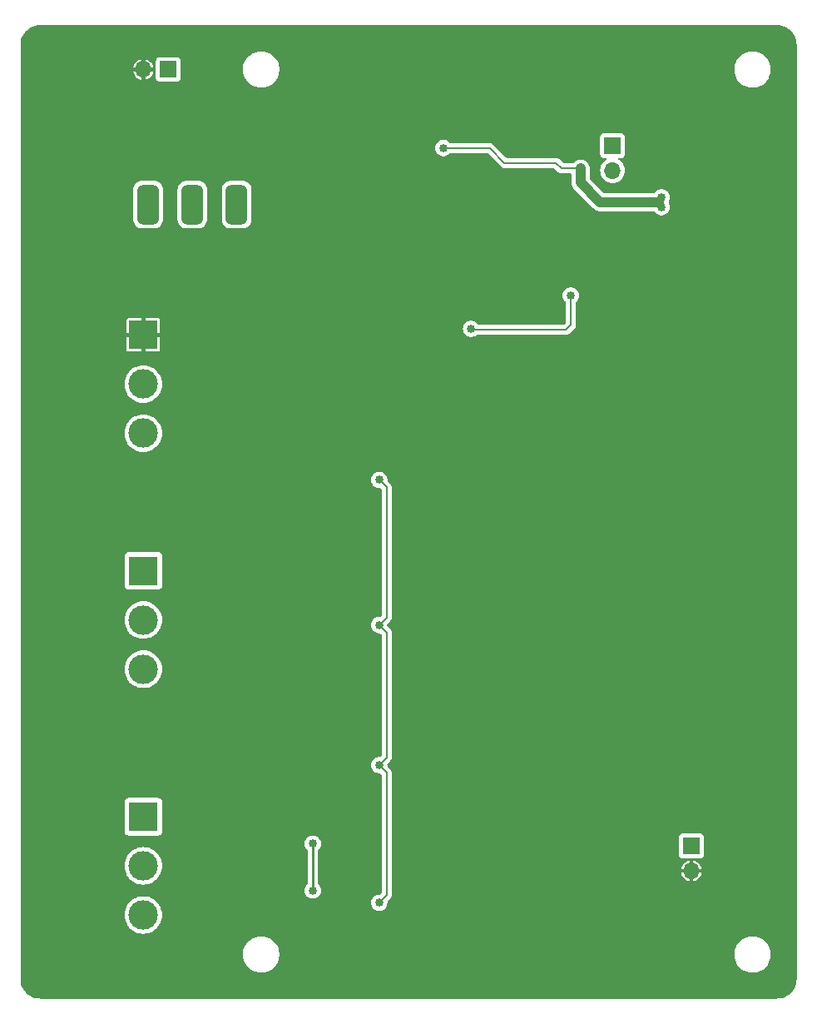
<source format=gbr>
%TF.GenerationSoftware,KiCad,Pcbnew,8.0.8*%
%TF.CreationDate,2025-03-23T00:17:45+01:00*%
%TF.ProjectId,am_receiver_v2,616d5f72-6563-4656-9976-65725f76322e,rev?*%
%TF.SameCoordinates,Original*%
%TF.FileFunction,Copper,L2,Bot*%
%TF.FilePolarity,Positive*%
%FSLAX46Y46*%
G04 Gerber Fmt 4.6, Leading zero omitted, Abs format (unit mm)*
G04 Created by KiCad (PCBNEW 8.0.8) date 2025-03-23 00:17:45*
%MOMM*%
%LPD*%
G01*
G04 APERTURE LIST*
G04 Aperture macros list*
%AMRoundRect*
0 Rectangle with rounded corners*
0 $1 Rounding radius*
0 $2 $3 $4 $5 $6 $7 $8 $9 X,Y pos of 4 corners*
0 Add a 4 corners polygon primitive as box body*
4,1,4,$2,$3,$4,$5,$6,$7,$8,$9,$2,$3,0*
0 Add four circle primitives for the rounded corners*
1,1,$1+$1,$2,$3*
1,1,$1+$1,$4,$5*
1,1,$1+$1,$6,$7*
1,1,$1+$1,$8,$9*
0 Add four rect primitives between the rounded corners*
20,1,$1+$1,$2,$3,$4,$5,0*
20,1,$1+$1,$4,$5,$6,$7,0*
20,1,$1+$1,$6,$7,$8,$9,0*
20,1,$1+$1,$8,$9,$2,$3,0*%
G04 Aperture macros list end*
%TA.AperFunction,ComponentPad*%
%ADD10RoundRect,0.500000X-0.600000X-1.500000X0.600000X-1.500000X0.600000X1.500000X-0.600000X1.500000X0*%
%TD*%
%TA.AperFunction,ComponentPad*%
%ADD11R,1.700000X1.700000*%
%TD*%
%TA.AperFunction,ComponentPad*%
%ADD12O,1.700000X1.700000*%
%TD*%
%TA.AperFunction,ComponentPad*%
%ADD13R,3.000000X3.000000*%
%TD*%
%TA.AperFunction,ComponentPad*%
%ADD14C,3.000000*%
%TD*%
%TA.AperFunction,ViaPad*%
%ADD15C,0.850000*%
%TD*%
%TA.AperFunction,Conductor*%
%ADD16C,0.203200*%
%TD*%
%TA.AperFunction,Conductor*%
%ADD17C,1.016000*%
%TD*%
%TA.AperFunction,Conductor*%
%ADD18C,0.508000*%
%TD*%
%TA.AperFunction,Conductor*%
%ADD19C,0.254000*%
%TD*%
G04 APERTURE END LIST*
D10*
%TO.P,SW1,1,A*%
%TO.N,VCC*%
X13500000Y-18750000D03*
%TO.P,SW1,2,B*%
%TO.N,Net-(J6-Pin_1)*%
X18000000Y-18750000D03*
%TO.P,SW1,3,C*%
%TO.N,unconnected-(SW1-C-Pad3)*%
X22500000Y-18750000D03*
%TD*%
D11*
%TO.P,J1,1,Pin_1*%
%TO.N,/am_receiver_v2_rf/RF_IN*%
X68775000Y-83960000D03*
D12*
%TO.P,J1,2,Pin_2*%
%TO.N,GND*%
X68775000Y-86500000D03*
%TD*%
D11*
%TO.P,J2,1,Pin_1*%
%TO.N,/am_receiver_v2_audio/SPK-*%
X60750000Y-12750000D03*
D12*
%TO.P,J2,2,Pin_2*%
%TO.N,/am_receiver_v2_audio/SPK+*%
X60750000Y-15290000D03*
%TD*%
D11*
%TO.P,J6,1,Pin_1*%
%TO.N,Net-(J6-Pin_1)*%
X15540000Y-5000000D03*
D12*
%TO.P,J6,2,Pin_2*%
%TO.N,GND*%
X13000000Y-5000000D03*
%TD*%
D13*
%TO.P,RV2,1,1*%
%TO.N,Net-(R27-Pad1)*%
X13000000Y-56000000D03*
D14*
%TO.P,RV2,2,2*%
%TO.N,Net-(R23-Pad1)*%
X13000000Y-61000000D03*
%TO.P,RV2,3,3*%
%TO.N,Net-(C7-Pad2)*%
X13000000Y-66000000D03*
%TD*%
%TO.P,RV1,3,3*%
%TO.N,Net-(C6-Pad2)*%
X13000000Y-91000000D03*
%TO.P,RV1,2,2*%
%TO.N,Net-(R24-Pad1)*%
X13000000Y-86000000D03*
D13*
%TO.P,RV1,1,1*%
%TO.N,Net-(R26-Pad1)*%
X13000000Y-81000000D03*
%TD*%
%TO.P,RV3,1,1*%
%TO.N,GND*%
X13000000Y-32000000D03*
D14*
%TO.P,RV3,2,2*%
%TO.N,Net-(C13-Pad1)*%
X13000000Y-37000000D03*
%TO.P,RV3,3,3*%
%TO.N,/am_receiver_v2_audio/INPUT*%
X13000000Y-42000000D03*
%TD*%
D15*
%TO.N,GND*%
X43500000Y-51000000D03*
X46500000Y-51000000D03*
X46500000Y-60250000D03*
X43250000Y-60250000D03*
X32250000Y-49500000D03*
X32250000Y-47250000D03*
X36750000Y-63500000D03*
X36750000Y-77750000D03*
X39750000Y-79500000D03*
X39000000Y-65000000D03*
X39000000Y-63500000D03*
X39250000Y-53000000D03*
X39250000Y-50750000D03*
X39250000Y-49000000D03*
X34750000Y-34500000D03*
X38250000Y-35250000D03*
X32000000Y-77000000D03*
X31500000Y-73250000D03*
X31500000Y-69750000D03*
X31500000Y-66500000D03*
X32500000Y-63250000D03*
X35500000Y-51000000D03*
X1000000Y-5000000D03*
X1000000Y-10000000D03*
X1000000Y-15000000D03*
X1000000Y-20000000D03*
X1000000Y-25000000D03*
X1000000Y-30000000D03*
X1000000Y-35000000D03*
X1000000Y-40000000D03*
X1000000Y-45000000D03*
X1000000Y-50000000D03*
X1000000Y-55000000D03*
X1000000Y-60000000D03*
X1000000Y-65000000D03*
X1000000Y-70000000D03*
X1000000Y-75000000D03*
X1000000Y-80000000D03*
X1000000Y-85000000D03*
X1000000Y-90000000D03*
X1000000Y-95000000D03*
X2000000Y-98000000D03*
X5000000Y-99000000D03*
X10000000Y-99000000D03*
X15000000Y-99000000D03*
X20000000Y-99000000D03*
X25000000Y-99000000D03*
X30000000Y-99000000D03*
X35000000Y-99000000D03*
X40000000Y-99000000D03*
X45000000Y-99000000D03*
X65000000Y-99000000D03*
X70000000Y-99000000D03*
X75000000Y-99000000D03*
X78000000Y-98000000D03*
X79000000Y-95000000D03*
X79000000Y-90000000D03*
X79000000Y-85000000D03*
X79000000Y-80000000D03*
X79000000Y-75000000D03*
X79000000Y-70000000D03*
X79000000Y-65000000D03*
X79000000Y-60000000D03*
X79000000Y-55000000D03*
X79000000Y-50000000D03*
X79000000Y-45000000D03*
X79000000Y-40000000D03*
X79000000Y-35000000D03*
X79000000Y-30000000D03*
X79000000Y-25000000D03*
X79000000Y-20000000D03*
X79000000Y-15000000D03*
X79000000Y-10000000D03*
X79000000Y-5000000D03*
X78000000Y-2000000D03*
X75000000Y-1000000D03*
X70000000Y-1000000D03*
X65000000Y-1000000D03*
X60000000Y-1000000D03*
X55000000Y-1000000D03*
X50000000Y-1000000D03*
X45000000Y-1000000D03*
X40000000Y-1000000D03*
X35000000Y-1000000D03*
X30000000Y-1000000D03*
X25000000Y-1000000D03*
X20000000Y-1000000D03*
X15000000Y-1000000D03*
X10000000Y-1000000D03*
X5000000Y-1000000D03*
X2000000Y-2000000D03*
X53500000Y-71250000D03*
X51000000Y-54750000D03*
X70250000Y-51000000D03*
X70750000Y-56250000D03*
X70500000Y-40250000D03*
X70000000Y-33500000D03*
X62750000Y-37750000D03*
X53000000Y-37500000D03*
X52750000Y-65500000D03*
X58000000Y-71000000D03*
X60500000Y-57750000D03*
X62500000Y-33000000D03*
X56250000Y-63500000D03*
X56250000Y-37000000D03*
X56000000Y-21750000D03*
X49032629Y-21986966D03*
X41750000Y-21750000D03*
X30000000Y-26500000D03*
X27500000Y-28750000D03*
X24500000Y-31500000D03*
X21000000Y-34750000D03*
X20750000Y-42250000D03*
X23500000Y-39750000D03*
X26500000Y-37000000D03*
X29250000Y-34250000D03*
X31750000Y-31750000D03*
X33750000Y-29750000D03*
X36000000Y-27500000D03*
X39250000Y-26500000D03*
X42750000Y-26500000D03*
X31250000Y-40750000D03*
X69500000Y-76000000D03*
X74000000Y-74500000D03*
X71750000Y-70500000D03*
X71750000Y-67750000D03*
X71750000Y-65000000D03*
X71750000Y-62250000D03*
X26000000Y-58750000D03*
X28500000Y-57000000D03*
X28500000Y-60250000D03*
X28500000Y-63250000D03*
X28500000Y-66250000D03*
X28493137Y-69131797D03*
X28500000Y-72250000D03*
X28500000Y-75500000D03*
X16750000Y-91000000D03*
X16750000Y-87500000D03*
X16750000Y-84000000D03*
X16750000Y-79000000D03*
X16750000Y-67500000D03*
X16750000Y-62500000D03*
X16750000Y-58250000D03*
X16750000Y-50500000D03*
X16750000Y-54250000D03*
X16750000Y-45000000D03*
X16750000Y-39500000D03*
X16750000Y-33250000D03*
X16750000Y-31000000D03*
X26250000Y-12000000D03*
X8750000Y-5750000D03*
X8750000Y-4250000D03*
X10000000Y-6250000D03*
X10000000Y-5000000D03*
X10000000Y-3750000D03*
X9500000Y-12500000D03*
X8500000Y-10250000D03*
X8500000Y-8250000D03*
X15750000Y-13500000D03*
X16000000Y-24000000D03*
X19000000Y-24000000D03*
X22750000Y-24000000D03*
X26500000Y-24000000D03*
X29500000Y-24000000D03*
X31750000Y-23750000D03*
X33500000Y-22000000D03*
X35500000Y-20000000D03*
X36750000Y-18250000D03*
X36750000Y-14750000D03*
X36750000Y-11250000D03*
X37750000Y-8750000D03*
X39750000Y-6750000D03*
X44000000Y-6750000D03*
X47250000Y-6750000D03*
X49750000Y-6750000D03*
X52250000Y-6750000D03*
X55000000Y-6750000D03*
X57750000Y-6750000D03*
X60750000Y-6750000D03*
X63500000Y-8000000D03*
X64750000Y-11250000D03*
X64750000Y-13750000D03*
X64750000Y-16250000D03*
X68750000Y-26500000D03*
X68750000Y-23500000D03*
X60000000Y-26500000D03*
X63750000Y-26500000D03*
X63750000Y-23500000D03*
X60000000Y-23500000D03*
X43500000Y-48250000D03*
X46500000Y-43500000D03*
X46500000Y-48250000D03*
X31000000Y-58000000D03*
X31000000Y-53250000D03*
X31250000Y-43500000D03*
X31250000Y-38250000D03*
X41250000Y-38500000D03*
X43000000Y-42000000D03*
X39250000Y-47250000D03*
X39750000Y-61750000D03*
X46500000Y-71500000D03*
X46500000Y-67500000D03*
X46500000Y-64250000D03*
X46500000Y-56750000D03*
X46500000Y-53750000D03*
X43500000Y-53750000D03*
X43500000Y-56500000D03*
X43250000Y-64250000D03*
X43250000Y-67250000D03*
X39750000Y-67250000D03*
X39750000Y-81250000D03*
X43000000Y-81250000D03*
X43000000Y-79750000D03*
X41250000Y-77750000D03*
X39000000Y-77750000D03*
%TO.N,VCC*%
X65750000Y-19000000D03*
X65750000Y-18000000D03*
X43545000Y-13000000D03*
%TO.N,GND*%
X43545000Y-14500000D03*
X51795000Y-15835000D03*
X50295000Y-15835000D03*
X51750000Y-12750000D03*
X50250000Y-12750000D03*
%TO.N,VCC*%
X57500000Y-16080000D03*
%TO.N,GND*%
X57500000Y-13750000D03*
X55000000Y-76250000D03*
X60000000Y-76250000D03*
X57500000Y-76250000D03*
X62500000Y-76250000D03*
X52500000Y-76250000D03*
X50000000Y-76250000D03*
X43000000Y-71500000D03*
X47500000Y-74250000D03*
X46500000Y-74250000D03*
X47750000Y-82500000D03*
X45750000Y-88750000D03*
X45750000Y-86750000D03*
X44500000Y-92750000D03*
X44500000Y-90250000D03*
X28750000Y-90500000D03*
X22250000Y-90500000D03*
X25500000Y-90500000D03*
X24750000Y-76250000D03*
X24750000Y-78750000D03*
X24750000Y-81250000D03*
X28500000Y-78750000D03*
X23750000Y-87750000D03*
X27000000Y-87750000D03*
X30250000Y-81250000D03*
%TO.N,Net-(C6-Pad2)*%
X30250000Y-83750000D03*
X30250000Y-88500000D03*
%TO.N,GND*%
X53750000Y-32500000D03*
X51250000Y-32500000D03*
X48750000Y-32500000D03*
X51250000Y-27500000D03*
X51250000Y-30000000D03*
%TO.N,/am_receiver_v2_bpf/Vcom2*%
X56500000Y-28000000D03*
X46362501Y-31387499D03*
%TO.N,GND*%
X60000000Y-91000000D03*
X60000000Y-87000000D03*
X60000000Y-88750000D03*
X61250000Y-91000000D03*
X63250000Y-87500000D03*
X64750000Y-87500000D03*
X66250000Y-87500000D03*
X55750000Y-91250000D03*
X54500000Y-92000000D03*
X38750000Y-90250000D03*
X37250000Y-92750000D03*
X41250000Y-92750000D03*
X41250000Y-90250000D03*
X47500000Y-92000000D03*
X42500000Y-88750000D03*
X48250000Y-88750000D03*
X48250000Y-86750000D03*
X42500000Y-86750000D03*
X46250000Y-84000000D03*
X63250000Y-69000000D03*
X50000000Y-82500000D03*
X50000000Y-85500000D03*
X50000000Y-87500000D03*
X50000000Y-90000000D03*
X50000000Y-92500000D03*
X50000000Y-95000000D03*
X50000000Y-97500000D03*
X52500000Y-97500000D03*
X55000000Y-97500000D03*
X57500000Y-97500000D03*
X60000000Y-97500000D03*
X62500000Y-97500000D03*
X62500000Y-95000000D03*
X62500000Y-92500000D03*
X65000000Y-92500000D03*
X67500000Y-92500000D03*
X67500000Y-90000000D03*
X70000000Y-90000000D03*
X72500000Y-90000000D03*
X72500000Y-87500000D03*
X72500000Y-85000000D03*
X72500000Y-82500000D03*
X72500000Y-80000000D03*
X70000000Y-80000000D03*
X67500000Y-80000000D03*
X65000000Y-80000000D03*
X62500000Y-80000000D03*
X60000000Y-80000000D03*
X57500000Y-80000000D03*
X55000000Y-80000000D03*
X52500000Y-80000000D03*
X50000000Y-80000000D03*
%TO.N,/am_receiver_v2_bpf/Vcom*%
X37000000Y-89750000D03*
X37000000Y-75750000D03*
X37000000Y-61500000D03*
X37000000Y-46750000D03*
%TO.N,GND*%
X40250000Y-43750000D03*
X39250000Y-43750000D03*
X40250000Y-58500000D03*
X39250000Y-58500000D03*
X40250000Y-72750000D03*
X39250000Y-72750000D03*
X63250000Y-74250000D03*
X63250000Y-72500000D03*
X63250000Y-64500000D03*
X63250000Y-63250000D03*
X63250000Y-62000000D03*
X34250000Y-40750000D03*
X34250000Y-55500000D03*
X34250000Y-69750000D03*
X34250000Y-83750000D03*
X40250000Y-86750000D03*
X39250000Y-86750000D03*
%TO.N,VCC*%
X57500000Y-15080000D03*
%TO.N,GND*%
X57500000Y-12750000D03*
%TD*%
D16*
%TO.N,VCC*%
X55580000Y-15080000D02*
X57500000Y-15080000D01*
X55000000Y-14500000D02*
X55580000Y-15080000D01*
X48250000Y-13000000D02*
X49750000Y-14500000D01*
X43545000Y-13000000D02*
X48250000Y-13000000D01*
X49750000Y-14500000D02*
X55000000Y-14500000D01*
D17*
X57500000Y-15080000D02*
X57500000Y-16500000D01*
X57500000Y-16500000D02*
X59500000Y-18500000D01*
X59500000Y-18500000D02*
X65500000Y-18500000D01*
D18*
X65750000Y-18000000D02*
X65750000Y-19000000D01*
D16*
%TO.N,/am_receiver_v2_bpf/Vcom*%
X37750000Y-47500000D02*
X37000000Y-46750000D01*
X37750000Y-60750000D02*
X37750000Y-47500000D01*
X37000000Y-61500000D02*
X37750000Y-60750000D01*
X37750000Y-62250000D02*
X37000000Y-61500000D01*
X37750000Y-75000000D02*
X37750000Y-62250000D01*
X37000000Y-75750000D02*
X37750000Y-75000000D01*
X37750000Y-76500000D02*
X37000000Y-75750000D01*
X37750000Y-89000000D02*
X37750000Y-76500000D01*
X37000000Y-89750000D02*
X37750000Y-89000000D01*
D19*
%TO.N,Net-(C6-Pad2)*%
X30250000Y-88500000D02*
X30250000Y-83750000D01*
D16*
%TO.N,/am_receiver_v2_bpf/Vcom2*%
X46475002Y-31500000D02*
X46362501Y-31387499D01*
X56000000Y-31500000D02*
X46475002Y-31500000D01*
X56500000Y-28000000D02*
X56500000Y-31000000D01*
X56500000Y-31000000D02*
X56000000Y-31500000D01*
%TD*%
%TA.AperFunction,Conductor*%
%TO.N,GND*%
G36*
X77503280Y-500715D02*
G01*
X77754411Y-517175D01*
X77767457Y-518893D01*
X78011051Y-567346D01*
X78023745Y-570747D01*
X78258941Y-650586D01*
X78271086Y-655617D01*
X78493829Y-765462D01*
X78505225Y-772041D01*
X78711739Y-910029D01*
X78722172Y-918035D01*
X78898611Y-1072767D01*
X78908902Y-1081792D01*
X78918207Y-1091097D01*
X79081962Y-1277824D01*
X79089970Y-1288260D01*
X79227958Y-1494774D01*
X79234537Y-1506170D01*
X79344379Y-1728907D01*
X79349415Y-1741064D01*
X79429249Y-1976246D01*
X79432655Y-1988957D01*
X79481106Y-2232542D01*
X79482824Y-2245588D01*
X79499285Y-2496719D01*
X79499500Y-2503299D01*
X79499500Y-97496700D01*
X79499285Y-97503280D01*
X79482824Y-97754411D01*
X79481106Y-97767457D01*
X79432655Y-98011042D01*
X79429249Y-98023753D01*
X79349415Y-98258935D01*
X79344379Y-98271092D01*
X79234537Y-98493829D01*
X79227958Y-98505225D01*
X79089970Y-98711739D01*
X79081959Y-98722179D01*
X78918207Y-98908902D01*
X78908902Y-98918207D01*
X78722179Y-99081959D01*
X78711739Y-99089970D01*
X78505225Y-99227958D01*
X78493829Y-99234537D01*
X78271092Y-99344379D01*
X78258935Y-99349415D01*
X78023753Y-99429249D01*
X78011042Y-99432655D01*
X77767457Y-99481106D01*
X77754411Y-99482824D01*
X77503280Y-99499285D01*
X77496700Y-99499500D01*
X2503300Y-99499500D01*
X2496720Y-99499285D01*
X2245588Y-99482824D01*
X2232542Y-99481106D01*
X1988957Y-99432655D01*
X1976246Y-99429249D01*
X1741064Y-99349415D01*
X1728907Y-99344379D01*
X1506170Y-99234537D01*
X1494774Y-99227958D01*
X1288260Y-99089970D01*
X1277824Y-99081962D01*
X1091097Y-98918207D01*
X1081792Y-98908902D01*
X1042474Y-98864068D01*
X918035Y-98722172D01*
X910029Y-98711739D01*
X772041Y-98505225D01*
X765462Y-98493829D01*
X655620Y-98271092D01*
X650584Y-98258935D01*
X570747Y-98023745D01*
X567346Y-98011051D01*
X518893Y-97767457D01*
X517175Y-97754411D01*
X500715Y-97503280D01*
X500500Y-97496700D01*
X500500Y-94878709D01*
X23149500Y-94878709D01*
X23149500Y-95121290D01*
X23181159Y-95361774D01*
X23181160Y-95361783D01*
X23243945Y-95596100D01*
X23243946Y-95596102D01*
X23336775Y-95820211D01*
X23458063Y-96030289D01*
X23605730Y-96222733D01*
X23777266Y-96394269D01*
X23969710Y-96541936D01*
X24179788Y-96663224D01*
X24403897Y-96756053D01*
X24403899Y-96756054D01*
X24507214Y-96783737D01*
X24638211Y-96818838D01*
X24638213Y-96818838D01*
X24638216Y-96818839D01*
X24638225Y-96818840D01*
X24878710Y-96850500D01*
X24878712Y-96850500D01*
X25121290Y-96850500D01*
X25361774Y-96818840D01*
X25361783Y-96818839D01*
X25361784Y-96818838D01*
X25361789Y-96818838D01*
X25596100Y-96756054D01*
X25820212Y-96663224D01*
X26030289Y-96541936D01*
X26222738Y-96394265D01*
X26394265Y-96222738D01*
X26541936Y-96030289D01*
X26663224Y-95820212D01*
X26756054Y-95596100D01*
X26818838Y-95361789D01*
X26850500Y-95121288D01*
X26850500Y-94878712D01*
X26850500Y-94878709D01*
X73149500Y-94878709D01*
X73149500Y-95121290D01*
X73181159Y-95361774D01*
X73181160Y-95361783D01*
X73243945Y-95596100D01*
X73243946Y-95596102D01*
X73336775Y-95820211D01*
X73458063Y-96030289D01*
X73605730Y-96222733D01*
X73777266Y-96394269D01*
X73969710Y-96541936D01*
X74179788Y-96663224D01*
X74403897Y-96756053D01*
X74403899Y-96756054D01*
X74507214Y-96783737D01*
X74638211Y-96818838D01*
X74638213Y-96818838D01*
X74638216Y-96818839D01*
X74638225Y-96818840D01*
X74878710Y-96850500D01*
X74878712Y-96850500D01*
X75121290Y-96850500D01*
X75361774Y-96818840D01*
X75361783Y-96818839D01*
X75361784Y-96818838D01*
X75361789Y-96818838D01*
X75596100Y-96756054D01*
X75820212Y-96663224D01*
X76030289Y-96541936D01*
X76222738Y-96394265D01*
X76394265Y-96222738D01*
X76541936Y-96030289D01*
X76663224Y-95820212D01*
X76756054Y-95596100D01*
X76818838Y-95361789D01*
X76850500Y-95121288D01*
X76850500Y-94878712D01*
X76818838Y-94638211D01*
X76756054Y-94403900D01*
X76663224Y-94179788D01*
X76541936Y-93969710D01*
X76394269Y-93777266D01*
X76222733Y-93605730D01*
X76030289Y-93458063D01*
X75820211Y-93336775D01*
X75596102Y-93243946D01*
X75596100Y-93243945D01*
X75361783Y-93181160D01*
X75361774Y-93181159D01*
X75121290Y-93149500D01*
X75121288Y-93149500D01*
X74878712Y-93149500D01*
X74878710Y-93149500D01*
X74638225Y-93181159D01*
X74638216Y-93181160D01*
X74403899Y-93243945D01*
X74403897Y-93243946D01*
X74179788Y-93336775D01*
X73969710Y-93458063D01*
X73777266Y-93605730D01*
X73605730Y-93777266D01*
X73458063Y-93969710D01*
X73336775Y-94179788D01*
X73243946Y-94403897D01*
X73243945Y-94403899D01*
X73181160Y-94638216D01*
X73181159Y-94638225D01*
X73149500Y-94878709D01*
X26850500Y-94878709D01*
X26818838Y-94638211D01*
X26756054Y-94403900D01*
X26663224Y-94179788D01*
X26541936Y-93969710D01*
X26394269Y-93777266D01*
X26222733Y-93605730D01*
X26030289Y-93458063D01*
X25820211Y-93336775D01*
X25596102Y-93243946D01*
X25596100Y-93243945D01*
X25361783Y-93181160D01*
X25361774Y-93181159D01*
X25121290Y-93149500D01*
X25121288Y-93149500D01*
X24878712Y-93149500D01*
X24878710Y-93149500D01*
X24638225Y-93181159D01*
X24638216Y-93181160D01*
X24403899Y-93243945D01*
X24403897Y-93243946D01*
X24179788Y-93336775D01*
X23969710Y-93458063D01*
X23777266Y-93605730D01*
X23605730Y-93777266D01*
X23458063Y-93969710D01*
X23336775Y-94179788D01*
X23243946Y-94403897D01*
X23243945Y-94403899D01*
X23181160Y-94638216D01*
X23181159Y-94638225D01*
X23149500Y-94878709D01*
X500500Y-94878709D01*
X500500Y-91000000D01*
X11088229Y-91000000D01*
X11107688Y-91272073D01*
X11107688Y-91272076D01*
X11107689Y-91272079D01*
X11165670Y-91538612D01*
X11260987Y-91794168D01*
X11260988Y-91794169D01*
X11260990Y-91794172D01*
X11260992Y-91794178D01*
X11337983Y-91935177D01*
X11391717Y-92033584D01*
X11391718Y-92033585D01*
X11555177Y-92251941D01*
X11748058Y-92444822D01*
X11966414Y-92608281D01*
X11966415Y-92608282D01*
X11966419Y-92608284D01*
X12205822Y-92739008D01*
X12205829Y-92739010D01*
X12205830Y-92739011D01*
X12205831Y-92739012D01*
X12461387Y-92834329D01*
X12461392Y-92834331D01*
X12727927Y-92892312D01*
X13000000Y-92911771D01*
X13272073Y-92892312D01*
X13538608Y-92834331D01*
X13705448Y-92772102D01*
X13794168Y-92739012D01*
X13794168Y-92739011D01*
X13794178Y-92739008D01*
X14033581Y-92608284D01*
X14251944Y-92444820D01*
X14444820Y-92251944D01*
X14608284Y-92033581D01*
X14739008Y-91794178D01*
X14834331Y-91538608D01*
X14892312Y-91272073D01*
X14911771Y-91000000D01*
X14892312Y-90727927D01*
X14834331Y-90461392D01*
X14800850Y-90371625D01*
X14739012Y-90205831D01*
X14739011Y-90205830D01*
X14739010Y-90205829D01*
X14739008Y-90205822D01*
X14608284Y-89966419D01*
X14608282Y-89966415D01*
X14608281Y-89966414D01*
X14444822Y-89748058D01*
X14251941Y-89555177D01*
X14033585Y-89391718D01*
X14033584Y-89391717D01*
X13924036Y-89331900D01*
X13794178Y-89260992D01*
X13794172Y-89260990D01*
X13794169Y-89260988D01*
X13794168Y-89260987D01*
X13538612Y-89165670D01*
X13538613Y-89165670D01*
X13272079Y-89107689D01*
X13272076Y-89107688D01*
X13272073Y-89107688D01*
X13000000Y-89088229D01*
X12727927Y-89107688D01*
X12727923Y-89107688D01*
X12727920Y-89107689D01*
X12461387Y-89165670D01*
X12205831Y-89260987D01*
X12205830Y-89260988D01*
X12205824Y-89260991D01*
X12205822Y-89260992D01*
X12149028Y-89292003D01*
X11966415Y-89391717D01*
X11966414Y-89391718D01*
X11748058Y-89555177D01*
X11555177Y-89748058D01*
X11391718Y-89966414D01*
X11391717Y-89966415D01*
X11260988Y-90205830D01*
X11260987Y-90205831D01*
X11165670Y-90461387D01*
X11107689Y-90727920D01*
X11107688Y-90727923D01*
X11107688Y-90727927D01*
X11088229Y-91000000D01*
X500500Y-91000000D01*
X500500Y-86000000D01*
X11088229Y-86000000D01*
X11107688Y-86272073D01*
X11107688Y-86272076D01*
X11107689Y-86272079D01*
X11165670Y-86538612D01*
X11260987Y-86794168D01*
X11260988Y-86794169D01*
X11260990Y-86794172D01*
X11260992Y-86794178D01*
X11321498Y-86904986D01*
X11391717Y-87033584D01*
X11391718Y-87033585D01*
X11555177Y-87251941D01*
X11748058Y-87444822D01*
X11966414Y-87608281D01*
X11966415Y-87608282D01*
X11966419Y-87608284D01*
X12205822Y-87739008D01*
X12205829Y-87739010D01*
X12205830Y-87739011D01*
X12205831Y-87739012D01*
X12461387Y-87834329D01*
X12461392Y-87834331D01*
X12727927Y-87892312D01*
X13000000Y-87911771D01*
X13272073Y-87892312D01*
X13538608Y-87834331D01*
X13705448Y-87772102D01*
X13794168Y-87739012D01*
X13794168Y-87739011D01*
X13794178Y-87739008D01*
X14033581Y-87608284D01*
X14251944Y-87444820D01*
X14444820Y-87251944D01*
X14608284Y-87033581D01*
X14739008Y-86794178D01*
X14834331Y-86538608D01*
X14892312Y-86272073D01*
X14911771Y-86000000D01*
X14892312Y-85727927D01*
X14834331Y-85461392D01*
X14817783Y-85417027D01*
X14739012Y-85205831D01*
X14739011Y-85205830D01*
X14739010Y-85205829D01*
X14739008Y-85205822D01*
X14608284Y-84966419D01*
X14608282Y-84966415D01*
X14608281Y-84966414D01*
X14444822Y-84748058D01*
X14251941Y-84555177D01*
X14033585Y-84391718D01*
X14033584Y-84391717D01*
X13935177Y-84337983D01*
X13794178Y-84260992D01*
X13794172Y-84260990D01*
X13794169Y-84260988D01*
X13794168Y-84260987D01*
X13538612Y-84165670D01*
X13538613Y-84165670D01*
X13272079Y-84107689D01*
X13272076Y-84107688D01*
X13272073Y-84107688D01*
X13000000Y-84088229D01*
X12727927Y-84107688D01*
X12727923Y-84107688D01*
X12727920Y-84107689D01*
X12461387Y-84165670D01*
X12205831Y-84260987D01*
X12205830Y-84260988D01*
X12205824Y-84260991D01*
X12205822Y-84260992D01*
X12149028Y-84292003D01*
X11966415Y-84391717D01*
X11966414Y-84391718D01*
X11748058Y-84555177D01*
X11555177Y-84748058D01*
X11391718Y-84966414D01*
X11391717Y-84966415D01*
X11295136Y-85143292D01*
X11263184Y-85201809D01*
X11260988Y-85205830D01*
X11260987Y-85205831D01*
X11165670Y-85461387D01*
X11107689Y-85727920D01*
X11107688Y-85727923D01*
X11107688Y-85727927D01*
X11088229Y-86000000D01*
X500500Y-86000000D01*
X500500Y-83750000D01*
X29413518Y-83750000D01*
X29431796Y-83923912D01*
X29485835Y-84090225D01*
X29485836Y-84090228D01*
X29573271Y-84241671D01*
X29573272Y-84241672D01*
X29690260Y-84371601D01*
X29715549Y-84428400D01*
X29716100Y-84438915D01*
X29716100Y-87811084D01*
X29696887Y-87870215D01*
X29690261Y-87878398D01*
X29573270Y-88008330D01*
X29485836Y-88159771D01*
X29485835Y-88159774D01*
X29431796Y-88326087D01*
X29413518Y-88500000D01*
X29431796Y-88673912D01*
X29485835Y-88840225D01*
X29485836Y-88840228D01*
X29551786Y-88954458D01*
X29573272Y-88991672D01*
X29603809Y-89025587D01*
X29690281Y-89121625D01*
X29690285Y-89121628D01*
X29747343Y-89163083D01*
X29831759Y-89224415D01*
X29991513Y-89295542D01*
X30162564Y-89331900D01*
X30162565Y-89331900D01*
X30337435Y-89331900D01*
X30337436Y-89331900D01*
X30508487Y-89295542D01*
X30668241Y-89224415D01*
X30809716Y-89121627D01*
X30926728Y-88991672D01*
X31014164Y-88840228D01*
X31068203Y-88673914D01*
X31086482Y-88500000D01*
X31068203Y-88326086D01*
X31014164Y-88159772D01*
X30926728Y-88008328D01*
X30809739Y-87878398D01*
X30784451Y-87821599D01*
X30783900Y-87811084D01*
X30783900Y-84438915D01*
X30803113Y-84379784D01*
X30809740Y-84371601D01*
X30853126Y-84323414D01*
X30926728Y-84241672D01*
X31014164Y-84090228D01*
X31068203Y-83923914D01*
X31086482Y-83750000D01*
X31068203Y-83576086D01*
X31014164Y-83409772D01*
X30926728Y-83258328D01*
X30877421Y-83203568D01*
X30809718Y-83128374D01*
X30809714Y-83128371D01*
X30668244Y-83025587D01*
X30668243Y-83025586D01*
X30668241Y-83025585D01*
X30508487Y-82954458D01*
X30337436Y-82918100D01*
X30162564Y-82918100D01*
X30077038Y-82936279D01*
X29991512Y-82954458D01*
X29831755Y-83025587D01*
X29690285Y-83128371D01*
X29690281Y-83128374D01*
X29573270Y-83258330D01*
X29485836Y-83409771D01*
X29485835Y-83409774D01*
X29431796Y-83576087D01*
X29413518Y-83750000D01*
X500500Y-83750000D01*
X500500Y-79467969D01*
X11093100Y-79467969D01*
X11093100Y-82532030D01*
X11108190Y-82627303D01*
X11108191Y-82627306D01*
X11154499Y-82718191D01*
X11166708Y-82742151D01*
X11257849Y-82833292D01*
X11372694Y-82891809D01*
X11443631Y-82903044D01*
X11467969Y-82906899D01*
X11467974Y-82906900D01*
X11467976Y-82906900D01*
X14532026Y-82906900D01*
X14532030Y-82906899D01*
X14627306Y-82891809D01*
X14742151Y-82833292D01*
X14833292Y-82742151D01*
X14891809Y-82627306D01*
X14906900Y-82532024D01*
X14906900Y-79467976D01*
X14891809Y-79372694D01*
X14833292Y-79257849D01*
X14742151Y-79166708D01*
X14742150Y-79166707D01*
X14627306Y-79108191D01*
X14627303Y-79108190D01*
X14532030Y-79093100D01*
X14532024Y-79093100D01*
X11467976Y-79093100D01*
X11467969Y-79093100D01*
X11372696Y-79108190D01*
X11372693Y-79108191D01*
X11257849Y-79166707D01*
X11166707Y-79257849D01*
X11108191Y-79372693D01*
X11108190Y-79372696D01*
X11093100Y-79467969D01*
X500500Y-79467969D01*
X500500Y-66000000D01*
X11088229Y-66000000D01*
X11107688Y-66272073D01*
X11107688Y-66272076D01*
X11107689Y-66272079D01*
X11165670Y-66538612D01*
X11260987Y-66794168D01*
X11260988Y-66794169D01*
X11260990Y-66794172D01*
X11260992Y-66794178D01*
X11337983Y-66935177D01*
X11391717Y-67033584D01*
X11391718Y-67033585D01*
X11555177Y-67251941D01*
X11748058Y-67444822D01*
X11966414Y-67608281D01*
X11966415Y-67608282D01*
X11966419Y-67608284D01*
X12205822Y-67739008D01*
X12205829Y-67739010D01*
X12205830Y-67739011D01*
X12205831Y-67739012D01*
X12461387Y-67834329D01*
X12461392Y-67834331D01*
X12727927Y-67892312D01*
X13000000Y-67911771D01*
X13272073Y-67892312D01*
X13538608Y-67834331D01*
X13705448Y-67772102D01*
X13794168Y-67739012D01*
X13794168Y-67739011D01*
X13794178Y-67739008D01*
X14033581Y-67608284D01*
X14251944Y-67444820D01*
X14444820Y-67251944D01*
X14608284Y-67033581D01*
X14739008Y-66794178D01*
X14834331Y-66538608D01*
X14892312Y-66272073D01*
X14911771Y-66000000D01*
X14892312Y-65727927D01*
X14834331Y-65461392D01*
X14817783Y-65417027D01*
X14739012Y-65205831D01*
X14739011Y-65205830D01*
X14739010Y-65205829D01*
X14739008Y-65205822D01*
X14608284Y-64966419D01*
X14608282Y-64966415D01*
X14608281Y-64966414D01*
X14444822Y-64748058D01*
X14251941Y-64555177D01*
X14033585Y-64391718D01*
X14033584Y-64391717D01*
X13935177Y-64337983D01*
X13794178Y-64260992D01*
X13794172Y-64260990D01*
X13794169Y-64260988D01*
X13794168Y-64260987D01*
X13538612Y-64165670D01*
X13538613Y-64165670D01*
X13272079Y-64107689D01*
X13272076Y-64107688D01*
X13272073Y-64107688D01*
X13000000Y-64088229D01*
X12727927Y-64107688D01*
X12727923Y-64107688D01*
X12727920Y-64107689D01*
X12461387Y-64165670D01*
X12205831Y-64260987D01*
X12205830Y-64260988D01*
X12205824Y-64260991D01*
X12205822Y-64260992D01*
X12149028Y-64292003D01*
X11966415Y-64391717D01*
X11966414Y-64391718D01*
X11748058Y-64555177D01*
X11555177Y-64748058D01*
X11391718Y-64966414D01*
X11391717Y-64966415D01*
X11260988Y-65205830D01*
X11260987Y-65205831D01*
X11165670Y-65461387D01*
X11107689Y-65727920D01*
X11107688Y-65727923D01*
X11107688Y-65727927D01*
X11088229Y-66000000D01*
X500500Y-66000000D01*
X500500Y-61000000D01*
X11088229Y-61000000D01*
X11107688Y-61272073D01*
X11107688Y-61272076D01*
X11107689Y-61272079D01*
X11165670Y-61538612D01*
X11260987Y-61794168D01*
X11260988Y-61794169D01*
X11260990Y-61794172D01*
X11260992Y-61794178D01*
X11339400Y-61937772D01*
X11391715Y-62033580D01*
X11391718Y-62033585D01*
X11555177Y-62251941D01*
X11748058Y-62444822D01*
X11966414Y-62608281D01*
X11966415Y-62608282D01*
X11966419Y-62608284D01*
X12205822Y-62739008D01*
X12205829Y-62739010D01*
X12205830Y-62739011D01*
X12205831Y-62739012D01*
X12461387Y-62834329D01*
X12461392Y-62834331D01*
X12727927Y-62892312D01*
X13000000Y-62911771D01*
X13272073Y-62892312D01*
X13538608Y-62834331D01*
X13705448Y-62772102D01*
X13794168Y-62739012D01*
X13794168Y-62739011D01*
X13794178Y-62739008D01*
X14033581Y-62608284D01*
X14251944Y-62444820D01*
X14444820Y-62251944D01*
X14608284Y-62033581D01*
X14739008Y-61794178D01*
X14834331Y-61538608D01*
X14892312Y-61272073D01*
X14911771Y-61000000D01*
X14892312Y-60727927D01*
X14834331Y-60461392D01*
X14817783Y-60417027D01*
X14739012Y-60205831D01*
X14739011Y-60205830D01*
X14739010Y-60205829D01*
X14739008Y-60205822D01*
X14608284Y-59966419D01*
X14608282Y-59966415D01*
X14608281Y-59966414D01*
X14444822Y-59748058D01*
X14251941Y-59555177D01*
X14033585Y-59391718D01*
X14033584Y-59391717D01*
X13935177Y-59337983D01*
X13794178Y-59260992D01*
X13794172Y-59260990D01*
X13794169Y-59260988D01*
X13794168Y-59260987D01*
X13538612Y-59165670D01*
X13538613Y-59165670D01*
X13272079Y-59107689D01*
X13272076Y-59107688D01*
X13272073Y-59107688D01*
X13000000Y-59088229D01*
X12727927Y-59107688D01*
X12727923Y-59107688D01*
X12727920Y-59107689D01*
X12461387Y-59165670D01*
X12205831Y-59260987D01*
X12205830Y-59260988D01*
X12205824Y-59260991D01*
X12205822Y-59260992D01*
X12149028Y-59292003D01*
X11966415Y-59391717D01*
X11966414Y-59391718D01*
X11748058Y-59555177D01*
X11555177Y-59748058D01*
X11391718Y-59966414D01*
X11391717Y-59966415D01*
X11260988Y-60205830D01*
X11260987Y-60205831D01*
X11165670Y-60461387D01*
X11107689Y-60727920D01*
X11107688Y-60727923D01*
X11107688Y-60727927D01*
X11088229Y-61000000D01*
X500500Y-61000000D01*
X500500Y-54467969D01*
X11093100Y-54467969D01*
X11093100Y-57532030D01*
X11108190Y-57627303D01*
X11108191Y-57627306D01*
X11166708Y-57742151D01*
X11257849Y-57833292D01*
X11372694Y-57891809D01*
X11443631Y-57903044D01*
X11467969Y-57906899D01*
X11467974Y-57906900D01*
X11467976Y-57906900D01*
X14532026Y-57906900D01*
X14532030Y-57906899D01*
X14627306Y-57891809D01*
X14742151Y-57833292D01*
X14833292Y-57742151D01*
X14891809Y-57627306D01*
X14906900Y-57532024D01*
X14906900Y-54467976D01*
X14891809Y-54372694D01*
X14833292Y-54257849D01*
X14742151Y-54166708D01*
X14742150Y-54166707D01*
X14627306Y-54108191D01*
X14627303Y-54108190D01*
X14532030Y-54093100D01*
X14532024Y-54093100D01*
X11467976Y-54093100D01*
X11467969Y-54093100D01*
X11372696Y-54108190D01*
X11372693Y-54108191D01*
X11257849Y-54166707D01*
X11166707Y-54257849D01*
X11108191Y-54372693D01*
X11108190Y-54372696D01*
X11093100Y-54467969D01*
X500500Y-54467969D01*
X500500Y-46750000D01*
X36163518Y-46750000D01*
X36181796Y-46923912D01*
X36181797Y-46923914D01*
X36235836Y-47090228D01*
X36323272Y-47241672D01*
X36366444Y-47289620D01*
X36440281Y-47371625D01*
X36440284Y-47371627D01*
X36581759Y-47474415D01*
X36741513Y-47545542D01*
X36912564Y-47581900D01*
X36912565Y-47581900D01*
X37071102Y-47581900D01*
X37130233Y-47601113D01*
X37142237Y-47611365D01*
X37212035Y-47681163D01*
X37240261Y-47736561D01*
X37241500Y-47752298D01*
X37241500Y-60497701D01*
X37222287Y-60556832D01*
X37212035Y-60568836D01*
X37142236Y-60638635D01*
X37086838Y-60666861D01*
X37071101Y-60668100D01*
X36912564Y-60668100D01*
X36891671Y-60672541D01*
X36741512Y-60704458D01*
X36581755Y-60775587D01*
X36440285Y-60878371D01*
X36440281Y-60878374D01*
X36323270Y-61008330D01*
X36235836Y-61159771D01*
X36235835Y-61159774D01*
X36181796Y-61326087D01*
X36163518Y-61500000D01*
X36181796Y-61673912D01*
X36181797Y-61673914D01*
X36235836Y-61840228D01*
X36323272Y-61991672D01*
X36361006Y-62033580D01*
X36440281Y-62121625D01*
X36440284Y-62121627D01*
X36581759Y-62224415D01*
X36741513Y-62295542D01*
X36912564Y-62331900D01*
X36912565Y-62331900D01*
X37071102Y-62331900D01*
X37130233Y-62351113D01*
X37142237Y-62361365D01*
X37212035Y-62431163D01*
X37240261Y-62486561D01*
X37241500Y-62502298D01*
X37241500Y-74747701D01*
X37222287Y-74806832D01*
X37212035Y-74818836D01*
X37142236Y-74888635D01*
X37086838Y-74916861D01*
X37071101Y-74918100D01*
X36912564Y-74918100D01*
X36891671Y-74922541D01*
X36741512Y-74954458D01*
X36581755Y-75025587D01*
X36440285Y-75128371D01*
X36440281Y-75128374D01*
X36323270Y-75258330D01*
X36235836Y-75409771D01*
X36235835Y-75409774D01*
X36181796Y-75576087D01*
X36163518Y-75750000D01*
X36181796Y-75923912D01*
X36181797Y-75923914D01*
X36235836Y-76090228D01*
X36323272Y-76241672D01*
X36366444Y-76289620D01*
X36440281Y-76371625D01*
X36440284Y-76371627D01*
X36581759Y-76474415D01*
X36741513Y-76545542D01*
X36912564Y-76581900D01*
X36912565Y-76581900D01*
X37071102Y-76581900D01*
X37130233Y-76601113D01*
X37142237Y-76611365D01*
X37212035Y-76681163D01*
X37240261Y-76736561D01*
X37241500Y-76752298D01*
X37241500Y-88747701D01*
X37222287Y-88806832D01*
X37212035Y-88818836D01*
X37142236Y-88888635D01*
X37086838Y-88916861D01*
X37071101Y-88918100D01*
X36912564Y-88918100D01*
X36891671Y-88922541D01*
X36741512Y-88954458D01*
X36581755Y-89025587D01*
X36440285Y-89128371D01*
X36440281Y-89128374D01*
X36323270Y-89258330D01*
X36235836Y-89409771D01*
X36235835Y-89409774D01*
X36181796Y-89576087D01*
X36163518Y-89750000D01*
X36181796Y-89923912D01*
X36235835Y-90090225D01*
X36235836Y-90090228D01*
X36302578Y-90205830D01*
X36323272Y-90241672D01*
X36366444Y-90289620D01*
X36440281Y-90371625D01*
X36440284Y-90371627D01*
X36581759Y-90474415D01*
X36741513Y-90545542D01*
X36912564Y-90581900D01*
X36912565Y-90581900D01*
X37087435Y-90581900D01*
X37087436Y-90581900D01*
X37258487Y-90545542D01*
X37418241Y-90474415D01*
X37559716Y-90371627D01*
X37676728Y-90241672D01*
X37764164Y-90090228D01*
X37818203Y-89923914D01*
X37836482Y-89750000D01*
X37830335Y-89691526D01*
X37843261Y-89630714D01*
X37859245Y-89609881D01*
X38156901Y-89312227D01*
X38223847Y-89196274D01*
X38232741Y-89163079D01*
X38258500Y-89066945D01*
X38258500Y-86296799D01*
X67736717Y-86296799D01*
X67736719Y-86296800D01*
X68314968Y-86296800D01*
X68309075Y-86307007D01*
X68275000Y-86434174D01*
X68275000Y-86565826D01*
X68309075Y-86692993D01*
X68314968Y-86703200D01*
X67736718Y-86703200D01*
X67737038Y-86706462D01*
X67737039Y-86706467D01*
X67797259Y-86904986D01*
X67797262Y-86904994D01*
X67895054Y-87087951D01*
X67895063Y-87087964D01*
X68026667Y-87248322D01*
X68026677Y-87248332D01*
X68187035Y-87379936D01*
X68187048Y-87379945D01*
X68370005Y-87477737D01*
X68370013Y-87477740D01*
X68568532Y-87537960D01*
X68568537Y-87537961D01*
X68571799Y-87538282D01*
X68571800Y-87538281D01*
X68571800Y-86960031D01*
X68582007Y-86965925D01*
X68709174Y-87000000D01*
X68840826Y-87000000D01*
X68967993Y-86965925D01*
X68978200Y-86960031D01*
X68978200Y-87538282D01*
X68981462Y-87537961D01*
X68981467Y-87537960D01*
X69179986Y-87477740D01*
X69179994Y-87477737D01*
X69362951Y-87379945D01*
X69362964Y-87379936D01*
X69523322Y-87248332D01*
X69523332Y-87248322D01*
X69654936Y-87087964D01*
X69654945Y-87087951D01*
X69752737Y-86904994D01*
X69752740Y-86904986D01*
X69812960Y-86706467D01*
X69812961Y-86706462D01*
X69813282Y-86703200D01*
X69235032Y-86703200D01*
X69240925Y-86692993D01*
X69275000Y-86565826D01*
X69275000Y-86434174D01*
X69240925Y-86307007D01*
X69235032Y-86296800D01*
X69813281Y-86296800D01*
X69813282Y-86296799D01*
X69812961Y-86293537D01*
X69812960Y-86293532D01*
X69752740Y-86095013D01*
X69752737Y-86095005D01*
X69654945Y-85912048D01*
X69654936Y-85912035D01*
X69523332Y-85751677D01*
X69523322Y-85751667D01*
X69362964Y-85620063D01*
X69362951Y-85620054D01*
X69179994Y-85522262D01*
X69179987Y-85522259D01*
X68981463Y-85462039D01*
X68978200Y-85461717D01*
X68978200Y-86039968D01*
X68967993Y-86034075D01*
X68840826Y-86000000D01*
X68709174Y-86000000D01*
X68582007Y-86034075D01*
X68571800Y-86039968D01*
X68571800Y-85461717D01*
X68568536Y-85462039D01*
X68568535Y-85462039D01*
X68370012Y-85522259D01*
X68370005Y-85522262D01*
X68187048Y-85620054D01*
X68187035Y-85620063D01*
X68026677Y-85751667D01*
X68026667Y-85751677D01*
X67895063Y-85912035D01*
X67895054Y-85912048D01*
X67797262Y-86095005D01*
X67797259Y-86095013D01*
X67737039Y-86293532D01*
X67737038Y-86293537D01*
X67736717Y-86296799D01*
X38258500Y-86296799D01*
X38258500Y-83077969D01*
X67518100Y-83077969D01*
X67518100Y-84842030D01*
X67533190Y-84937303D01*
X67533191Y-84937306D01*
X67591708Y-85052151D01*
X67682849Y-85143292D01*
X67797694Y-85201809D01*
X67868631Y-85213044D01*
X67892969Y-85216899D01*
X67892974Y-85216900D01*
X67892976Y-85216900D01*
X69657026Y-85216900D01*
X69657030Y-85216899D01*
X69752306Y-85201809D01*
X69867151Y-85143292D01*
X69958292Y-85052151D01*
X70016809Y-84937306D01*
X70031900Y-84842024D01*
X70031900Y-83077976D01*
X70016809Y-82982694D01*
X69958292Y-82867849D01*
X69867151Y-82776708D01*
X69867150Y-82776707D01*
X69752306Y-82718191D01*
X69752303Y-82718190D01*
X69657030Y-82703100D01*
X69657024Y-82703100D01*
X67892976Y-82703100D01*
X67892969Y-82703100D01*
X67797696Y-82718190D01*
X67797693Y-82718191D01*
X67682849Y-82776707D01*
X67591707Y-82867849D01*
X67533191Y-82982693D01*
X67533190Y-82982696D01*
X67518100Y-83077969D01*
X38258500Y-83077969D01*
X38258500Y-76433055D01*
X38258499Y-76433053D01*
X38258499Y-76433049D01*
X38223848Y-76303729D01*
X38223848Y-76303728D01*
X38223847Y-76303726D01*
X38156901Y-76187773D01*
X37859249Y-75890121D01*
X37831023Y-75834723D01*
X37830335Y-75808478D01*
X37836482Y-75750000D01*
X37830335Y-75691526D01*
X37843261Y-75630714D01*
X37859245Y-75609881D01*
X38156901Y-75312227D01*
X38223847Y-75196274D01*
X38232741Y-75163079D01*
X38258500Y-75066945D01*
X38258500Y-62183055D01*
X38258499Y-62183053D01*
X38258499Y-62183049D01*
X38223848Y-62053729D01*
X38223846Y-62053724D01*
X38212217Y-62033583D01*
X38212215Y-62033580D01*
X38188020Y-61991672D01*
X38156901Y-61937773D01*
X37859249Y-61640121D01*
X37831023Y-61584723D01*
X37830335Y-61558478D01*
X37836482Y-61500000D01*
X37830335Y-61441526D01*
X37843261Y-61380714D01*
X37859245Y-61359881D01*
X38156901Y-61062227D01*
X38223847Y-60946274D01*
X38232741Y-60913079D01*
X38258500Y-60816945D01*
X38258500Y-47433055D01*
X38258499Y-47433053D01*
X38258499Y-47433049D01*
X38223848Y-47303729D01*
X38223846Y-47303724D01*
X38188020Y-47241672D01*
X38156902Y-47187774D01*
X37859249Y-46890121D01*
X37831023Y-46834723D01*
X37830335Y-46808478D01*
X37836482Y-46750000D01*
X37818203Y-46576086D01*
X37764164Y-46409772D01*
X37676728Y-46258328D01*
X37627421Y-46203568D01*
X37559718Y-46128374D01*
X37559714Y-46128371D01*
X37418244Y-46025587D01*
X37418243Y-46025586D01*
X37418241Y-46025585D01*
X37258487Y-45954458D01*
X37087436Y-45918100D01*
X36912564Y-45918100D01*
X36827038Y-45936279D01*
X36741512Y-45954458D01*
X36581755Y-46025587D01*
X36440285Y-46128371D01*
X36440281Y-46128374D01*
X36323270Y-46258330D01*
X36235836Y-46409771D01*
X36235835Y-46409774D01*
X36181796Y-46576087D01*
X36163518Y-46750000D01*
X500500Y-46750000D01*
X500500Y-42000000D01*
X11088229Y-42000000D01*
X11107688Y-42272073D01*
X11107688Y-42272076D01*
X11107689Y-42272079D01*
X11165670Y-42538612D01*
X11260987Y-42794168D01*
X11260988Y-42794169D01*
X11260990Y-42794172D01*
X11260992Y-42794178D01*
X11337983Y-42935177D01*
X11391717Y-43033584D01*
X11391718Y-43033585D01*
X11555177Y-43251941D01*
X11748058Y-43444822D01*
X11966414Y-43608281D01*
X11966415Y-43608282D01*
X11966419Y-43608284D01*
X12205822Y-43739008D01*
X12205829Y-43739010D01*
X12205830Y-43739011D01*
X12205831Y-43739012D01*
X12461387Y-43834329D01*
X12461392Y-43834331D01*
X12727927Y-43892312D01*
X13000000Y-43911771D01*
X13272073Y-43892312D01*
X13538608Y-43834331D01*
X13705448Y-43772102D01*
X13794168Y-43739012D01*
X13794168Y-43739011D01*
X13794178Y-43739008D01*
X14033581Y-43608284D01*
X14251944Y-43444820D01*
X14444820Y-43251944D01*
X14608284Y-43033581D01*
X14739008Y-42794178D01*
X14834331Y-42538608D01*
X14892312Y-42272073D01*
X14911771Y-42000000D01*
X14892312Y-41727927D01*
X14834331Y-41461392D01*
X14817783Y-41417027D01*
X14739012Y-41205831D01*
X14739011Y-41205830D01*
X14739010Y-41205829D01*
X14739008Y-41205822D01*
X14608284Y-40966419D01*
X14608282Y-40966415D01*
X14608281Y-40966414D01*
X14444822Y-40748058D01*
X14251941Y-40555177D01*
X14033585Y-40391718D01*
X14033584Y-40391717D01*
X13935177Y-40337983D01*
X13794178Y-40260992D01*
X13794172Y-40260990D01*
X13794169Y-40260988D01*
X13794168Y-40260987D01*
X13538612Y-40165670D01*
X13538613Y-40165670D01*
X13272079Y-40107689D01*
X13272076Y-40107688D01*
X13272073Y-40107688D01*
X13000000Y-40088229D01*
X12727927Y-40107688D01*
X12727923Y-40107688D01*
X12727920Y-40107689D01*
X12461387Y-40165670D01*
X12205831Y-40260987D01*
X12205830Y-40260988D01*
X12205824Y-40260991D01*
X12205822Y-40260992D01*
X12149028Y-40292003D01*
X11966415Y-40391717D01*
X11966414Y-40391718D01*
X11748058Y-40555177D01*
X11555177Y-40748058D01*
X11391718Y-40966414D01*
X11391717Y-40966415D01*
X11260988Y-41205830D01*
X11260987Y-41205831D01*
X11165670Y-41461387D01*
X11107689Y-41727920D01*
X11107688Y-41727923D01*
X11107688Y-41727927D01*
X11088229Y-42000000D01*
X500500Y-42000000D01*
X500500Y-37000000D01*
X11088229Y-37000000D01*
X11107688Y-37272073D01*
X11107688Y-37272076D01*
X11107689Y-37272079D01*
X11165670Y-37538612D01*
X11260987Y-37794168D01*
X11260988Y-37794169D01*
X11260990Y-37794172D01*
X11260992Y-37794178D01*
X11337983Y-37935177D01*
X11391717Y-38033584D01*
X11391718Y-38033585D01*
X11555177Y-38251941D01*
X11748058Y-38444822D01*
X11966414Y-38608281D01*
X11966415Y-38608282D01*
X11966419Y-38608284D01*
X12205822Y-38739008D01*
X12205829Y-38739010D01*
X12205830Y-38739011D01*
X12205831Y-38739012D01*
X12461387Y-38834329D01*
X12461392Y-38834331D01*
X12727927Y-38892312D01*
X13000000Y-38911771D01*
X13272073Y-38892312D01*
X13538608Y-38834331D01*
X13705448Y-38772102D01*
X13794168Y-38739012D01*
X13794168Y-38739011D01*
X13794178Y-38739008D01*
X14033581Y-38608284D01*
X14251944Y-38444820D01*
X14444820Y-38251944D01*
X14608284Y-38033581D01*
X14739008Y-37794178D01*
X14834331Y-37538608D01*
X14892312Y-37272073D01*
X14911771Y-37000000D01*
X14892312Y-36727927D01*
X14834331Y-36461392D01*
X14817783Y-36417027D01*
X14739012Y-36205831D01*
X14739011Y-36205830D01*
X14739010Y-36205829D01*
X14739008Y-36205822D01*
X14608284Y-35966419D01*
X14608282Y-35966415D01*
X14608281Y-35966414D01*
X14444822Y-35748058D01*
X14251941Y-35555177D01*
X14033585Y-35391718D01*
X14033584Y-35391717D01*
X13935177Y-35337983D01*
X13794178Y-35260992D01*
X13794172Y-35260990D01*
X13794169Y-35260988D01*
X13794168Y-35260987D01*
X13538612Y-35165670D01*
X13538613Y-35165670D01*
X13272079Y-35107689D01*
X13272076Y-35107688D01*
X13272073Y-35107688D01*
X13000000Y-35088229D01*
X12727927Y-35107688D01*
X12727923Y-35107688D01*
X12727920Y-35107689D01*
X12461387Y-35165670D01*
X12205831Y-35260987D01*
X12205830Y-35260988D01*
X12205824Y-35260991D01*
X12205822Y-35260992D01*
X12149028Y-35292003D01*
X11966415Y-35391717D01*
X11966414Y-35391718D01*
X11748058Y-35555177D01*
X11555177Y-35748058D01*
X11391718Y-35966414D01*
X11391717Y-35966415D01*
X11260988Y-36205830D01*
X11260987Y-36205831D01*
X11165670Y-36461387D01*
X11107689Y-36727920D01*
X11107688Y-36727923D01*
X11107688Y-36727927D01*
X11088229Y-37000000D01*
X500500Y-37000000D01*
X500500Y-30479986D01*
X11296800Y-30479986D01*
X11296800Y-31796800D01*
X12433282Y-31796800D01*
X12400000Y-31921009D01*
X12400000Y-32078991D01*
X12433282Y-32203200D01*
X11296800Y-32203200D01*
X11296800Y-33520013D01*
X11308589Y-33579284D01*
X11353500Y-33646498D01*
X11353501Y-33646499D01*
X11420715Y-33691410D01*
X11479987Y-33703200D01*
X12796800Y-33703200D01*
X12796800Y-32566718D01*
X12921009Y-32600000D01*
X13078991Y-32600000D01*
X13203200Y-32566718D01*
X13203200Y-33703200D01*
X14520013Y-33703200D01*
X14579284Y-33691410D01*
X14646498Y-33646499D01*
X14646499Y-33646498D01*
X14691410Y-33579284D01*
X14703200Y-33520013D01*
X14703200Y-32203200D01*
X13566718Y-32203200D01*
X13600000Y-32078991D01*
X13600000Y-31921009D01*
X13566718Y-31796800D01*
X14703200Y-31796800D01*
X14703200Y-31387499D01*
X45526019Y-31387499D01*
X45544297Y-31561411D01*
X45598336Y-31727724D01*
X45598337Y-31727727D01*
X45685773Y-31879171D01*
X45710741Y-31906901D01*
X45802782Y-32009124D01*
X45802786Y-32009127D01*
X45898946Y-32078991D01*
X45944260Y-32111914D01*
X46104014Y-32183041D01*
X46275065Y-32219399D01*
X46275066Y-32219399D01*
X46449936Y-32219399D01*
X46449937Y-32219399D01*
X46620988Y-32183041D01*
X46780742Y-32111914D01*
X46851809Y-32060280D01*
X46896635Y-32027713D01*
X46955766Y-32008500D01*
X56066943Y-32008500D01*
X56066945Y-32008500D01*
X56066947Y-32008499D01*
X56066950Y-32008499D01*
X56196270Y-31973848D01*
X56196269Y-31973848D01*
X56196274Y-31973847D01*
X56312227Y-31906901D01*
X56906901Y-31312226D01*
X56973847Y-31196274D01*
X57008500Y-31066945D01*
X57008500Y-30933055D01*
X57008500Y-28710096D01*
X57027713Y-28650965D01*
X57049970Y-28628708D01*
X57052321Y-28626999D01*
X57059716Y-28621627D01*
X57176728Y-28491672D01*
X57264164Y-28340228D01*
X57318203Y-28173914D01*
X57336482Y-28000000D01*
X57318203Y-27826086D01*
X57264164Y-27659772D01*
X57176728Y-27508328D01*
X57127421Y-27453568D01*
X57059718Y-27378374D01*
X57059714Y-27378371D01*
X56918244Y-27275587D01*
X56918243Y-27275586D01*
X56918241Y-27275585D01*
X56758487Y-27204458D01*
X56587436Y-27168100D01*
X56412564Y-27168100D01*
X56327038Y-27186279D01*
X56241512Y-27204458D01*
X56081755Y-27275587D01*
X55940285Y-27378371D01*
X55940281Y-27378374D01*
X55823270Y-27508330D01*
X55735836Y-27659771D01*
X55735835Y-27659774D01*
X55681796Y-27826087D01*
X55663518Y-28000000D01*
X55681796Y-28173912D01*
X55735835Y-28340225D01*
X55735836Y-28340228D01*
X55823271Y-28491671D01*
X55823272Y-28491672D01*
X55940281Y-28621625D01*
X55940284Y-28621627D01*
X55950030Y-28628708D01*
X55986576Y-28679007D01*
X55991500Y-28710096D01*
X55991500Y-30747702D01*
X55972287Y-30806833D01*
X55962035Y-30818837D01*
X55818837Y-30962035D01*
X55763439Y-30990261D01*
X55747702Y-30991500D01*
X47152547Y-30991500D01*
X47093416Y-30972287D01*
X47065425Y-30941200D01*
X47039229Y-30895827D01*
X47039228Y-30895826D01*
X46922219Y-30765874D01*
X46922215Y-30765870D01*
X46780745Y-30663086D01*
X46780744Y-30663085D01*
X46780742Y-30663084D01*
X46620988Y-30591957D01*
X46449937Y-30555599D01*
X46275065Y-30555599D01*
X46189539Y-30573778D01*
X46104013Y-30591957D01*
X45944256Y-30663086D01*
X45802786Y-30765870D01*
X45802782Y-30765873D01*
X45685771Y-30895829D01*
X45598337Y-31047270D01*
X45598336Y-31047273D01*
X45544297Y-31213586D01*
X45526019Y-31387499D01*
X14703200Y-31387499D01*
X14703200Y-30479986D01*
X14691410Y-30420715D01*
X14646499Y-30353501D01*
X14646498Y-30353500D01*
X14579284Y-30308589D01*
X14520013Y-30296800D01*
X13203200Y-30296800D01*
X13203200Y-31433281D01*
X13078991Y-31400000D01*
X12921009Y-31400000D01*
X12796800Y-31433281D01*
X12796800Y-30296800D01*
X11479987Y-30296800D01*
X11420715Y-30308589D01*
X11353501Y-30353500D01*
X11353500Y-30353501D01*
X11308589Y-30420715D01*
X11296800Y-30479986D01*
X500500Y-30479986D01*
X500500Y-17186522D01*
X11993100Y-17186522D01*
X11993100Y-20313455D01*
X11993101Y-20313478D01*
X11999332Y-20392654D01*
X12048672Y-20576794D01*
X12135217Y-20746647D01*
X12135221Y-20746654D01*
X12255193Y-20894807D01*
X12403346Y-21014779D01*
X12403348Y-21014780D01*
X12403352Y-21014782D01*
X12573205Y-21101327D01*
X12679519Y-21129813D01*
X12757348Y-21150668D01*
X12836533Y-21156900D01*
X14163466Y-21156899D01*
X14242652Y-21150668D01*
X14426794Y-21101327D01*
X14596654Y-21014779D01*
X14744807Y-20894807D01*
X14864779Y-20746654D01*
X14951327Y-20576794D01*
X15000668Y-20392652D01*
X15006900Y-20313467D01*
X15006899Y-17186534D01*
X15006898Y-17186522D01*
X16493100Y-17186522D01*
X16493100Y-20313455D01*
X16493101Y-20313478D01*
X16499332Y-20392654D01*
X16548672Y-20576794D01*
X16635217Y-20746647D01*
X16635221Y-20746654D01*
X16755193Y-20894807D01*
X16903346Y-21014779D01*
X16903348Y-21014780D01*
X16903352Y-21014782D01*
X17073205Y-21101327D01*
X17179519Y-21129813D01*
X17257348Y-21150668D01*
X17336533Y-21156900D01*
X18663466Y-21156899D01*
X18742652Y-21150668D01*
X18926794Y-21101327D01*
X19096654Y-21014779D01*
X19244807Y-20894807D01*
X19364779Y-20746654D01*
X19451327Y-20576794D01*
X19500668Y-20392652D01*
X19506900Y-20313467D01*
X19506899Y-17186534D01*
X19506898Y-17186522D01*
X20993100Y-17186522D01*
X20993100Y-20313455D01*
X20993101Y-20313478D01*
X20999332Y-20392654D01*
X21048672Y-20576794D01*
X21135217Y-20746647D01*
X21135221Y-20746654D01*
X21255193Y-20894807D01*
X21403346Y-21014779D01*
X21403348Y-21014780D01*
X21403352Y-21014782D01*
X21573205Y-21101327D01*
X21679519Y-21129813D01*
X21757348Y-21150668D01*
X21836533Y-21156900D01*
X23163466Y-21156899D01*
X23242652Y-21150668D01*
X23426794Y-21101327D01*
X23596654Y-21014779D01*
X23744807Y-20894807D01*
X23864779Y-20746654D01*
X23951327Y-20576794D01*
X24000668Y-20392652D01*
X24006900Y-20313467D01*
X24006899Y-17186534D01*
X24000668Y-17107348D01*
X23951327Y-16923206D01*
X23951327Y-16923205D01*
X23864782Y-16753352D01*
X23864780Y-16753348D01*
X23864779Y-16753346D01*
X23744807Y-16605193D01*
X23596654Y-16485221D01*
X23596652Y-16485220D01*
X23596651Y-16485219D01*
X23596647Y-16485217D01*
X23426794Y-16398672D01*
X23242654Y-16349332D01*
X23163467Y-16343100D01*
X21836544Y-16343100D01*
X21836521Y-16343101D01*
X21757345Y-16349332D01*
X21573205Y-16398672D01*
X21403352Y-16485217D01*
X21403348Y-16485219D01*
X21255193Y-16605193D01*
X21135219Y-16753348D01*
X21135217Y-16753352D01*
X21048672Y-16923205D01*
X20999332Y-17107345D01*
X20993100Y-17186522D01*
X19506898Y-17186522D01*
X19500668Y-17107348D01*
X19451327Y-16923206D01*
X19451327Y-16923205D01*
X19364782Y-16753352D01*
X19364780Y-16753348D01*
X19364779Y-16753346D01*
X19244807Y-16605193D01*
X19096654Y-16485221D01*
X19096652Y-16485220D01*
X19096651Y-16485219D01*
X19096647Y-16485217D01*
X18926794Y-16398672D01*
X18742654Y-16349332D01*
X18663467Y-16343100D01*
X17336544Y-16343100D01*
X17336521Y-16343101D01*
X17257345Y-16349332D01*
X17073205Y-16398672D01*
X16903352Y-16485217D01*
X16903348Y-16485219D01*
X16755193Y-16605193D01*
X16635219Y-16753348D01*
X16635217Y-16753352D01*
X16548672Y-16923205D01*
X16499332Y-17107345D01*
X16493100Y-17186522D01*
X15006898Y-17186522D01*
X15000668Y-17107348D01*
X14951327Y-16923206D01*
X14951327Y-16923205D01*
X14864782Y-16753352D01*
X14864780Y-16753348D01*
X14864779Y-16753346D01*
X14744807Y-16605193D01*
X14596654Y-16485221D01*
X14596652Y-16485220D01*
X14596651Y-16485219D01*
X14596647Y-16485217D01*
X14426794Y-16398672D01*
X14242654Y-16349332D01*
X14163467Y-16343100D01*
X12836544Y-16343100D01*
X12836521Y-16343101D01*
X12757345Y-16349332D01*
X12573205Y-16398672D01*
X12403352Y-16485217D01*
X12403348Y-16485219D01*
X12255193Y-16605193D01*
X12135219Y-16753348D01*
X12135217Y-16753352D01*
X12048672Y-16923205D01*
X11999332Y-17107345D01*
X11993100Y-17186522D01*
X500500Y-17186522D01*
X500500Y-13000000D01*
X42708518Y-13000000D01*
X42726796Y-13173912D01*
X42726797Y-13173914D01*
X42780836Y-13340228D01*
X42868272Y-13491672D01*
X42909954Y-13537965D01*
X42985281Y-13621625D01*
X42985284Y-13621627D01*
X43126759Y-13724415D01*
X43286513Y-13795542D01*
X43457564Y-13831900D01*
X43457565Y-13831900D01*
X43632435Y-13831900D01*
X43632436Y-13831900D01*
X43803487Y-13795542D01*
X43963241Y-13724415D01*
X44104716Y-13621627D01*
X44176605Y-13541785D01*
X44230450Y-13510698D01*
X44251366Y-13508500D01*
X47997702Y-13508500D01*
X48056833Y-13527713D01*
X48068837Y-13537965D01*
X49437773Y-14906901D01*
X49553726Y-14973847D01*
X49553728Y-14973848D01*
X49683049Y-15008499D01*
X49683053Y-15008499D01*
X49683055Y-15008500D01*
X54747702Y-15008500D01*
X54806833Y-15027713D01*
X54818837Y-15037965D01*
X55267774Y-15486901D01*
X55383726Y-15553847D01*
X55383728Y-15553848D01*
X55513049Y-15588499D01*
X55513053Y-15588499D01*
X55513055Y-15588500D01*
X55646945Y-15588500D01*
X56484500Y-15588500D01*
X56543631Y-15607713D01*
X56580176Y-15658013D01*
X56585100Y-15689100D01*
X56585100Y-16590109D01*
X56620259Y-16766869D01*
X56689224Y-16933364D01*
X56689226Y-16933368D01*
X56739627Y-17008798D01*
X56789349Y-17083213D01*
X56789351Y-17083215D01*
X58789351Y-19083215D01*
X58916785Y-19210649D01*
X59066632Y-19310774D01*
X59137733Y-19340225D01*
X59233130Y-19379740D01*
X59233131Y-19379740D01*
X59233133Y-19379741D01*
X59409890Y-19414900D01*
X64970866Y-19414900D01*
X65029997Y-19434113D01*
X65057988Y-19465200D01*
X65073272Y-19491672D01*
X65116444Y-19539620D01*
X65190281Y-19621625D01*
X65190284Y-19621627D01*
X65331759Y-19724415D01*
X65491513Y-19795542D01*
X65662564Y-19831900D01*
X65662565Y-19831900D01*
X65837435Y-19831900D01*
X65837436Y-19831900D01*
X66008487Y-19795542D01*
X66168241Y-19724415D01*
X66309716Y-19621627D01*
X66426728Y-19491672D01*
X66514164Y-19340228D01*
X66568203Y-19173914D01*
X66586482Y-19000000D01*
X66568203Y-18826086D01*
X66514164Y-18659772D01*
X66450959Y-18550298D01*
X66438033Y-18489485D01*
X66450960Y-18449700D01*
X66514164Y-18340228D01*
X66568203Y-18173914D01*
X66586482Y-18000000D01*
X66568203Y-17826086D01*
X66514164Y-17659772D01*
X66426728Y-17508328D01*
X66377421Y-17453568D01*
X66309718Y-17378374D01*
X66309714Y-17378371D01*
X66168244Y-17275587D01*
X66168243Y-17275586D01*
X66168241Y-17275585D01*
X66008487Y-17204458D01*
X65837436Y-17168100D01*
X65662564Y-17168100D01*
X65577038Y-17186279D01*
X65491512Y-17204458D01*
X65331755Y-17275587D01*
X65190285Y-17378371D01*
X65190281Y-17378374D01*
X65073270Y-17508330D01*
X65057988Y-17534800D01*
X65011783Y-17576403D01*
X64970866Y-17585100D01*
X59920634Y-17585100D01*
X59861503Y-17565887D01*
X59849499Y-17555635D01*
X58444365Y-16150501D01*
X58416139Y-16095103D01*
X58414900Y-16079366D01*
X58414900Y-15290000D01*
X59488299Y-15290000D01*
X59505525Y-15486900D01*
X59507467Y-15509089D01*
X59507468Y-15509100D01*
X59547370Y-15658013D01*
X59564389Y-15721527D01*
X59657335Y-15920851D01*
X59783481Y-16101006D01*
X59938994Y-16256519D01*
X60119149Y-16382665D01*
X60318473Y-16475611D01*
X60465643Y-16515045D01*
X60530899Y-16532531D01*
X60530901Y-16532531D01*
X60530908Y-16532533D01*
X60721600Y-16549216D01*
X60749998Y-16551701D01*
X60750000Y-16551701D01*
X60750002Y-16551701D01*
X60776670Y-16549367D01*
X60969092Y-16532533D01*
X60969099Y-16532531D01*
X60969100Y-16532531D01*
X60991869Y-16526429D01*
X61181527Y-16475611D01*
X61380851Y-16382665D01*
X61561006Y-16256519D01*
X61716519Y-16101006D01*
X61842665Y-15920851D01*
X61935611Y-15721527D01*
X61992533Y-15509092D01*
X62011701Y-15290000D01*
X61992533Y-15070908D01*
X61975810Y-15008499D01*
X61948586Y-14906898D01*
X61935611Y-14858473D01*
X61842665Y-14659150D01*
X61716519Y-14478994D01*
X61561006Y-14323481D01*
X61380851Y-14197335D01*
X61380843Y-14197331D01*
X61377051Y-14195142D01*
X61378061Y-14193392D01*
X61338256Y-14156281D01*
X61326387Y-14095250D01*
X61352657Y-14038898D01*
X61407033Y-14008750D01*
X61426238Y-14006900D01*
X61632026Y-14006900D01*
X61632030Y-14006899D01*
X61727306Y-13991809D01*
X61842151Y-13933292D01*
X61933292Y-13842151D01*
X61991809Y-13727306D01*
X62006900Y-13632024D01*
X62006900Y-11867976D01*
X61991809Y-11772694D01*
X61933292Y-11657849D01*
X61842151Y-11566708D01*
X61842150Y-11566707D01*
X61727306Y-11508191D01*
X61727303Y-11508190D01*
X61632030Y-11493100D01*
X61632024Y-11493100D01*
X59867976Y-11493100D01*
X59867969Y-11493100D01*
X59772696Y-11508190D01*
X59772693Y-11508191D01*
X59657849Y-11566707D01*
X59566707Y-11657849D01*
X59508191Y-11772693D01*
X59508190Y-11772696D01*
X59493100Y-11867969D01*
X59493100Y-13632030D01*
X59508190Y-13727303D01*
X59508191Y-13727306D01*
X59561484Y-13831900D01*
X59566708Y-13842151D01*
X59657849Y-13933292D01*
X59772694Y-13991809D01*
X59843631Y-14003044D01*
X59867969Y-14006899D01*
X59867974Y-14006900D01*
X60073763Y-14006900D01*
X60132894Y-14026113D01*
X60169439Y-14076413D01*
X60169439Y-14138587D01*
X60132894Y-14188887D01*
X60122778Y-14194844D01*
X60122950Y-14195142D01*
X60119147Y-14197337D01*
X59938991Y-14323483D01*
X59783483Y-14478991D01*
X59657337Y-14659147D01*
X59657332Y-14659155D01*
X59564390Y-14858469D01*
X59507468Y-15070899D01*
X59507467Y-15070906D01*
X59507467Y-15070908D01*
X59488299Y-15290000D01*
X58414900Y-15290000D01*
X58414900Y-14989890D01*
X58411709Y-14973847D01*
X58379741Y-14813133D01*
X58310774Y-14646632D01*
X58235511Y-14533993D01*
X58210650Y-14496786D01*
X58083213Y-14369349D01*
X58008798Y-14319627D01*
X57933368Y-14269226D01*
X57933365Y-14269224D01*
X57933364Y-14269224D01*
X57766869Y-14200259D01*
X57649029Y-14176819D01*
X57590110Y-14165100D01*
X57409890Y-14165100D01*
X57365700Y-14173889D01*
X57233130Y-14200259D01*
X57066635Y-14269224D01*
X56916786Y-14369349D01*
X56916785Y-14369351D01*
X56789352Y-14496783D01*
X56769302Y-14526791D01*
X56720475Y-14565282D01*
X56685656Y-14571500D01*
X55832297Y-14571500D01*
X55773166Y-14552287D01*
X55761162Y-14542035D01*
X55542610Y-14323483D01*
X55312227Y-14093099D01*
X55312226Y-14093098D01*
X55312225Y-14093097D01*
X55196275Y-14026153D01*
X55196270Y-14026151D01*
X55066950Y-13991500D01*
X55066945Y-13991500D01*
X50002298Y-13991500D01*
X49943167Y-13972287D01*
X49931163Y-13962035D01*
X48562229Y-12593101D01*
X48562227Y-12593099D01*
X48446274Y-12526153D01*
X48446271Y-12526151D01*
X48316950Y-12491500D01*
X48316945Y-12491500D01*
X44251366Y-12491500D01*
X44192235Y-12472287D01*
X44176605Y-12458214D01*
X44104718Y-12378375D01*
X44104714Y-12378371D01*
X43963244Y-12275587D01*
X43963243Y-12275586D01*
X43963241Y-12275585D01*
X43803487Y-12204458D01*
X43632436Y-12168100D01*
X43457564Y-12168100D01*
X43372038Y-12186279D01*
X43286512Y-12204458D01*
X43126755Y-12275587D01*
X42985285Y-12378371D01*
X42985281Y-12378374D01*
X42868270Y-12508330D01*
X42780836Y-12659771D01*
X42780835Y-12659774D01*
X42726796Y-12826087D01*
X42708518Y-13000000D01*
X500500Y-13000000D01*
X500500Y-4796799D01*
X11961717Y-4796799D01*
X11961719Y-4796800D01*
X12539968Y-4796800D01*
X12534075Y-4807007D01*
X12500000Y-4934174D01*
X12500000Y-5065826D01*
X12534075Y-5192993D01*
X12539968Y-5203200D01*
X11961718Y-5203200D01*
X11962038Y-5206462D01*
X11962039Y-5206467D01*
X12022259Y-5404986D01*
X12022262Y-5404994D01*
X12120054Y-5587951D01*
X12120063Y-5587964D01*
X12251667Y-5748322D01*
X12251677Y-5748332D01*
X12412035Y-5879936D01*
X12412048Y-5879945D01*
X12595005Y-5977737D01*
X12595013Y-5977740D01*
X12793532Y-6037960D01*
X12793537Y-6037961D01*
X12796799Y-6038282D01*
X12796800Y-6038281D01*
X12796800Y-5460031D01*
X12807007Y-5465925D01*
X12934174Y-5500000D01*
X13065826Y-5500000D01*
X13192993Y-5465925D01*
X13203200Y-5460031D01*
X13203200Y-6038282D01*
X13206462Y-6037961D01*
X13206467Y-6037960D01*
X13404986Y-5977740D01*
X13404994Y-5977737D01*
X13587951Y-5879945D01*
X13587964Y-5879936D01*
X13748322Y-5748332D01*
X13748332Y-5748322D01*
X13879936Y-5587964D01*
X13879945Y-5587951D01*
X13977737Y-5404994D01*
X13977740Y-5404986D01*
X14037960Y-5206467D01*
X14037961Y-5206462D01*
X14038282Y-5203200D01*
X13460032Y-5203200D01*
X13465925Y-5192993D01*
X13500000Y-5065826D01*
X13500000Y-4934174D01*
X13465925Y-4807007D01*
X13460032Y-4796800D01*
X14038281Y-4796800D01*
X14038282Y-4796799D01*
X14037961Y-4793537D01*
X14037960Y-4793532D01*
X13977740Y-4595013D01*
X13977737Y-4595005D01*
X13879945Y-4412048D01*
X13879936Y-4412035D01*
X13748332Y-4251677D01*
X13748322Y-4251667D01*
X13587964Y-4120063D01*
X13587951Y-4120054D01*
X13584050Y-4117969D01*
X14283100Y-4117969D01*
X14283100Y-5882030D01*
X14298190Y-5977303D01*
X14298191Y-5977306D01*
X14329259Y-6038281D01*
X14356708Y-6092151D01*
X14447849Y-6183292D01*
X14562694Y-6241809D01*
X14633631Y-6253044D01*
X14657969Y-6256899D01*
X14657974Y-6256900D01*
X14657976Y-6256900D01*
X16422026Y-6256900D01*
X16422030Y-6256899D01*
X16517306Y-6241809D01*
X16632151Y-6183292D01*
X16723292Y-6092151D01*
X16781809Y-5977306D01*
X16796900Y-5882024D01*
X16796900Y-4878709D01*
X23149500Y-4878709D01*
X23149500Y-5121290D01*
X23181159Y-5361774D01*
X23181160Y-5361783D01*
X23243945Y-5596100D01*
X23243946Y-5596102D01*
X23336775Y-5820211D01*
X23458063Y-6030289D01*
X23605730Y-6222733D01*
X23777266Y-6394269D01*
X23969710Y-6541936D01*
X24179788Y-6663224D01*
X24403897Y-6756053D01*
X24403899Y-6756054D01*
X24507214Y-6783737D01*
X24638211Y-6818838D01*
X24638213Y-6818838D01*
X24638216Y-6818839D01*
X24638225Y-6818840D01*
X24878710Y-6850500D01*
X24878712Y-6850500D01*
X25121290Y-6850500D01*
X25361774Y-6818840D01*
X25361783Y-6818839D01*
X25361784Y-6818838D01*
X25361789Y-6818838D01*
X25596100Y-6756054D01*
X25820212Y-6663224D01*
X26030289Y-6541936D01*
X26222738Y-6394265D01*
X26394265Y-6222738D01*
X26494469Y-6092150D01*
X26541936Y-6030289D01*
X26627533Y-5882030D01*
X26663224Y-5820212D01*
X26756054Y-5596100D01*
X26818838Y-5361789D01*
X26850500Y-5121288D01*
X26850500Y-4878712D01*
X26850500Y-4878709D01*
X73149500Y-4878709D01*
X73149500Y-5121290D01*
X73181159Y-5361774D01*
X73181160Y-5361783D01*
X73243945Y-5596100D01*
X73243946Y-5596102D01*
X73336775Y-5820211D01*
X73458063Y-6030289D01*
X73605730Y-6222733D01*
X73777266Y-6394269D01*
X73969710Y-6541936D01*
X74179788Y-6663224D01*
X74403897Y-6756053D01*
X74403899Y-6756054D01*
X74507214Y-6783737D01*
X74638211Y-6818838D01*
X74638213Y-6818838D01*
X74638216Y-6818839D01*
X74638225Y-6818840D01*
X74878710Y-6850500D01*
X74878712Y-6850500D01*
X75121290Y-6850500D01*
X75361774Y-6818840D01*
X75361783Y-6818839D01*
X75361784Y-6818838D01*
X75361789Y-6818838D01*
X75596100Y-6756054D01*
X75820212Y-6663224D01*
X76030289Y-6541936D01*
X76222738Y-6394265D01*
X76394265Y-6222738D01*
X76494469Y-6092150D01*
X76541936Y-6030289D01*
X76627533Y-5882030D01*
X76663224Y-5820212D01*
X76756054Y-5596100D01*
X76818838Y-5361789D01*
X76850500Y-5121288D01*
X76850500Y-4878712D01*
X76839716Y-4796800D01*
X76818840Y-4638225D01*
X76818839Y-4638216D01*
X76756054Y-4403899D01*
X76756053Y-4403897D01*
X76663224Y-4179788D01*
X76541936Y-3969710D01*
X76394269Y-3777266D01*
X76222733Y-3605730D01*
X76030289Y-3458063D01*
X75820211Y-3336775D01*
X75596102Y-3243946D01*
X75596100Y-3243945D01*
X75361783Y-3181160D01*
X75361774Y-3181159D01*
X75121290Y-3149500D01*
X75121288Y-3149500D01*
X74878712Y-3149500D01*
X74878710Y-3149500D01*
X74638225Y-3181159D01*
X74638216Y-3181160D01*
X74403899Y-3243945D01*
X74403897Y-3243946D01*
X74179788Y-3336775D01*
X73969710Y-3458063D01*
X73777266Y-3605730D01*
X73605730Y-3777266D01*
X73458063Y-3969710D01*
X73336775Y-4179788D01*
X73243946Y-4403897D01*
X73243945Y-4403899D01*
X73181160Y-4638216D01*
X73181159Y-4638225D01*
X73149500Y-4878709D01*
X26850500Y-4878709D01*
X26839716Y-4796800D01*
X26818840Y-4638225D01*
X26818839Y-4638216D01*
X26756054Y-4403899D01*
X26756053Y-4403897D01*
X26663224Y-4179788D01*
X26541936Y-3969710D01*
X26394269Y-3777266D01*
X26222733Y-3605730D01*
X26030289Y-3458063D01*
X25820211Y-3336775D01*
X25596102Y-3243946D01*
X25596100Y-3243945D01*
X25361783Y-3181160D01*
X25361774Y-3181159D01*
X25121290Y-3149500D01*
X25121288Y-3149500D01*
X24878712Y-3149500D01*
X24878710Y-3149500D01*
X24638225Y-3181159D01*
X24638216Y-3181160D01*
X24403899Y-3243945D01*
X24403897Y-3243946D01*
X24179788Y-3336775D01*
X23969710Y-3458063D01*
X23777266Y-3605730D01*
X23605730Y-3777266D01*
X23458063Y-3969710D01*
X23336775Y-4179788D01*
X23243946Y-4403897D01*
X23243945Y-4403899D01*
X23181160Y-4638216D01*
X23181159Y-4638225D01*
X23149500Y-4878709D01*
X16796900Y-4878709D01*
X16796900Y-4117976D01*
X16781809Y-4022694D01*
X16723292Y-3907849D01*
X16632151Y-3816708D01*
X16632150Y-3816707D01*
X16517306Y-3758191D01*
X16517303Y-3758190D01*
X16422030Y-3743100D01*
X16422024Y-3743100D01*
X14657976Y-3743100D01*
X14657969Y-3743100D01*
X14562696Y-3758190D01*
X14562693Y-3758191D01*
X14447849Y-3816707D01*
X14356707Y-3907849D01*
X14298191Y-4022693D01*
X14298190Y-4022696D01*
X14283100Y-4117969D01*
X13584050Y-4117969D01*
X13404994Y-4022262D01*
X13404987Y-4022259D01*
X13206463Y-3962039D01*
X13203200Y-3961717D01*
X13203200Y-4539968D01*
X13192993Y-4534075D01*
X13065826Y-4500000D01*
X12934174Y-4500000D01*
X12807007Y-4534075D01*
X12796800Y-4539968D01*
X12796800Y-3961717D01*
X12793536Y-3962039D01*
X12793535Y-3962039D01*
X12595012Y-4022259D01*
X12595005Y-4022262D01*
X12412048Y-4120054D01*
X12412035Y-4120063D01*
X12251677Y-4251667D01*
X12251667Y-4251677D01*
X12120063Y-4412035D01*
X12120054Y-4412048D01*
X12022262Y-4595005D01*
X12022259Y-4595013D01*
X11962039Y-4793532D01*
X11962038Y-4793537D01*
X11961717Y-4796799D01*
X500500Y-4796799D01*
X500500Y-2503299D01*
X500715Y-2496719D01*
X517175Y-2245588D01*
X518893Y-2232542D01*
X567347Y-1988944D01*
X570746Y-1976258D01*
X650588Y-1741053D01*
X655615Y-1728918D01*
X765465Y-1506163D01*
X772041Y-1494774D01*
X819838Y-1423241D01*
X910034Y-1288252D01*
X918029Y-1277834D01*
X1081798Y-1091090D01*
X1091090Y-1081798D01*
X1277834Y-918029D01*
X1288252Y-910034D01*
X1494774Y-772041D01*
X1506163Y-765465D01*
X1728918Y-655615D01*
X1741053Y-650588D01*
X1976258Y-570746D01*
X1988944Y-567347D01*
X2232544Y-518892D01*
X2245587Y-517175D01*
X2496720Y-500715D01*
X2503300Y-500500D01*
X2565892Y-500500D01*
X77434108Y-500500D01*
X77496700Y-500500D01*
X77503280Y-500715D01*
G37*
%TD.AperFunction*%
%TD*%
M02*

</source>
